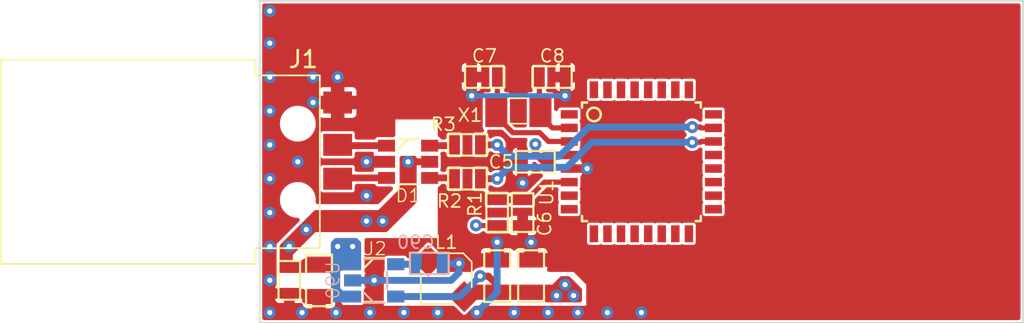
<source format=kicad_pcb>
(kicad_pcb (version 20211014) (generator pcbnew)
  (title_block (title "Cowstick USB Mass Storage") (date "2023-02-03") (rev "1") (company "Agilack") (comment 1 "License: CC-by-SA"))
  (layers (0 "F.Cu" signal) (1 "In1.Cu" signal) (2 "In2.Cu" signal) (31 "B.Cu" signal) (34 "B.Paste" user) (35 "F.Paste" user) (36 "B.SilkS" user "B.Silkscreen") (37 "F.SilkS" user "F.Silkscreen") (38 "B.Mask" user) (39 "F.Mask" user) (44 "Edge.Cuts" user))
  (net 0 "")
  (net 1 "+VBus")
  (net 2 "GND")
  (net 3 "+3.3V")
  (net 4 "Net-(C90-Pad1)")
  (net 5 "Net-(D1-Pad1)")
  (net 6 "Net-(D1-Pad3)")
  (net 7 "Net-(D1-Pad4)")
  (net 8 "Net-(D1-Pad6)")
  (net 9 "Net-(L1-Pad1)")
  (net 11 "Net-(U1-Pad3)")
  (net 12 "Net-(C8-Pad1)")
  (net 24 "Net-(U1-Pad24)")
  (net 25 "Net-(TP4-Pad1)")
  (net 30 "SPI2_MISO")
  (net 31 "SPI2_MOSI")
  (net 32 "SPI2_SCK")
  (net 33 "USB_DM")
  (net 34 "USB_DP")
  (net 35 "RST")
  (net 36 "SPI1_CS1")
  (net 37 "SPI1_SCK")
  (net 38 "SPI1_MISO")
  (net 39 "SPI1_MOSI")
  (footprint "cowstick-ums:C_0805" (layer "F.Cu") (at 129.5 112 -90)
    (fp_text reference "C1" hide)
    (fp_text value "10uF" hide)
    (fp_line (start -1.524 0.762) (end -1.524 -0.762) (layer "F.SilkS") (width 0.127))
    (fp_line (start -1.524 -0.762) (end -0.508 -0.762) (layer "F.SilkS") (width 0.127))
    (fp_line (start 1.524 0.762) (end 0.508 0.762) (layer "F.SilkS") (width 0.127))
    (fp_line (start 1.524 -0.762) (end 1.524 0.762) (layer "F.SilkS") (width 0.127))
    (fp_line (start -0.508 0.762) (end -1.524 0.762) (layer "F.SilkS") (width 0.127))
    (fp_line (start 0.508 -0.762) (end 1.524 -0.762) (layer "F.SilkS") (width 0.127))
    (pad "1" smd rect locked (at -0.9525 0 270) (size 0.889 1.397) (layers "F.Cu" "F.Paste" "F.Mask") (net 1 "+VBus"))
    (pad "2" smd rect locked (at 0.9525 0 270) (size 0.889 1.397) (layers "F.Cu" "F.Paste" "F.Mask") (net 2 "GND"))
  )
  (footprint "cowstick-ums:SOT23-5" (layer "F.Cu") (at 132.75 112 -90)
    (fp_text reference "U2" (at -1.87 0.02) (layer "F.SilkS") (effects (font (size 0.762 0.762) (thickness 0.0762))))
    (fp_text value "LM3671" hide)
    (fp_line (start -1.325 0.6) (end -1.325 -0.6) (layer "F.SilkS") (width 0.127))
    (fp_line (start -0.5 -0.762) (end 0.5 -0.762) (layer "F.SilkS") (width 0.127))
    (fp_line (start -0.725 0.6) (end -1.325 0) (layer "F.SilkS") (width 0.127))
    (fp_line (start 1.27 -0.6) (end 1.27 0.6) (layer "F.SilkS") (width 0.127))
    (pad "1" smd rect (at -0.9525 1.27 270) (size 0.70104 1.00076) (layers "F.Cu" "F.Paste" "F.Mask") (net 1 "+VBus"))
    (pad "2" smd rect (at 0 1.27 270) (size 0.70104 1.00076) (layers "F.Cu" "F.Paste" "F.Mask") (net 2 "GND"))
    (pad "3" smd rect (at 0.9525 1.27 270) (size 0.70104 1.00076) (layers "F.Cu" "F.Paste" "F.Mask") (net 1 "+VBus"))
    (pad "4" smd rect (at 0.9525 -1.27 270) (size 0.70104 1.00076) (layers "F.Cu" "F.Paste" "F.Mask") (net 3 "+3.3V"))
    (pad "5" smd rect (at -0.9525 -1.27 270) (size 0.70104 1.00076) (layers "F.Cu" "F.Paste" "F.Mask") (net 9 "Net-(L1-Pad1)"))
  )
  (footprint "cowstick-ums:I_CDRH2D14" (layer "F.Cu") (at 137 111.9)
    (fp_text reference "L1" (at 0 -2.15 unlocked) (layer "F.SilkS") (effects (font (size 0.762 0.762) (thickness 0.1016))))
    (fp_text value "2,2uH")
    (fp_line (start 1.5 -1) (end 1.5 0.5) (layer "F.SilkS") (width 0.1))
    (fp_line (start -1.5 1.5) (end 0.5 1.5) (layer "F.SilkS") (width 0.1))
    (fp_line (start -1.5 -0.5) (end -1.5 1.5) (layer "F.SilkS") (width 0.1))
    (fp_line (start 1 -1.5) (end 1.5 -1) (layer "F.SilkS") (width 0.1))
    (fp_line (start -0.5 -1.5) (end 1 -1.5) (layer "F.SilkS") (width 0.1))
    (pad "1" smd rect locked (at -1.06 -1.06 45) (size 1.3 1.3) (layers "F.Cu" "F.Paste" "F.Mask") (net 9 "Net-(L1-Pad1)"))
    (pad "2" smd rect locked (at 1.06 1.06 45) (size 1.3 1.3) (layers "F.Cu" "F.Paste" "F.Mask") (net 3 "+3.3V"))
  )
  (footprint "cowstick-ums:R_0603" (layer "F.Cu") (at 138.25 106)
    (fp_text reference "R2" (at -1.06 1.32) (layer "F.SilkS") (effects (font (size 0.762 0.762) (thickness 0.1016))))
    (fp_text value "20" hide)
    (fp_line (start 1.143 0.635) (end -1.143 0.635) (layer "F.SilkS") (width 0.127))
    (fp_line (start -1.143 0.635) (end -1.143 -0.635) (layer "F.SilkS") (width 0.127))
    (fp_line (start -1.143 -0.635) (end 1.143 -0.635) (layer "F.SilkS") (width 0.127))
    (fp_line (start 1.143 -0.635) (end 1.143 0.635) (layer "F.SilkS") (width 0.127))
    (pad "1" smd rect (at -0.762 0) (size 0.635 1.143) (layers "F.Cu" "F.Paste" "F.Mask") (net 7 "Net-(D1-Pad4)"))
    (pad "2" smd rect (at 0.762 0) (size 0.635 1.143) (layers "F.Cu" "F.Paste" "F.Mask") (net 33 "USB_DM"))
  )
  (footprint "cowstick-ums:SOT23-6" (layer "F.Cu") (at 134.75 105 -90)
    (fp_text reference "D1" (at 1.99898 0) (layer "F.SilkS") (effects (font (size 0.762 0.762) (thickness 0.0762))))
    (fp_text value "USBLC6-2" hide)
    (fp_line (start 1.325 -0.6) (end 1.325 0.6) (layer "F.SilkS") (width 0.127))
    (fp_line (start -1.325 0.6) (end -1.325 -0.6) (layer "F.SilkS") (width 0.127))
    (fp_line (start -0.725 0.6) (end -1.325 0) (layer "F.SilkS") (width 0.127))
    (pad "1" smd rect locked (at -0.9525 1.27 270) (size 0.70104 1.00076) (layers "F.Cu" "F.Paste" "F.Mask") (net 5 "Net-(D1-Pad1)"))
    (pad "2" smd rect locked (at 0 1.27 270) (size 0.70104 1.00076) (layers "F.Cu" "F.Paste" "F.Mask") (net 2 "GND"))
    (pad "3" smd rect locked (at 0.9525 1.27 270) (size 0.70104 1.00076) (layers "F.Cu" "F.Paste" "F.Mask") (net 6 "Net-(D1-Pad3)"))
    (pad "4" smd rect locked (at 0.9525 -1.27 270) (size 0.70104 1.00076) (layers "F.Cu" "F.Paste" "F.Mask") (net 7 "Net-(D1-Pad4)"))
    (pad "5" smd rect locked (at 0 -1.27 270) (size 0.70104 1.00076) (layers "F.Cu" "F.Paste" "F.Mask") (net 1 "+VBus"))
    (pad "6" smd rect locked (at -0.9525 -1.27 270) (size 0.70104 1.00076) (layers "F.Cu" "F.Paste" "F.Mask") (net 8 "Net-(D1-Pad6)"))
  )
  (footprint "cowstick-ums:C_0805" (layer "F.Cu") (at 142 111.75 90)
    (fp_text reference "C4" hide)
    (fp_text value "4,7uF" hide)
    (fp_line (start 0.508 -0.762) (end 1.524 -0.762) (layer "F.SilkS") (width 0.127))
    (fp_line (start -1.524 0.762) (end -1.524 -0.762) (layer "F.SilkS") (width 0.127))
    (fp_line (start -1.524 -0.762) (end -0.508 -0.762) (layer "F.SilkS") (width 0.127))
    (fp_line (start 1.524 0.762) (end 0.508 0.762) (layer "F.SilkS") (width 0.127))
    (fp_line (start 1.524 -0.762) (end 1.524 0.762) (layer "F.SilkS") (width 0.127))
    (fp_line (start -0.508 0.762) (end -1.524 0.762) (layer "F.SilkS") (width 0.127))
    (pad "1" smd rect (at -0.9525 0 90) (size 0.889 1.397) (layers "F.Cu" "F.Paste" "F.Mask") (net 3 "+3.3V"))
    (pad "2" smd rect (at 0.9525 0 90) (size 0.889 1.397) (layers "F.Cu" "F.Paste" "F.Mask") (net 2 "GND"))
  )
  (footprint "cowstick-ums:R_0603" (layer "F.Cu") (at 140 108 90)
    (fp_text reference "R1" (at 0.49 -1.31 90) (layer "F.SilkS") (effects (font (size 0.762 0.762) (thickness 0.1016))))
    (fp_text value "10k" hide)
    (fp_line (start 1.143 0.635) (end -1.143 0.635) (layer "F.SilkS") (width 0.127))
    (fp_line (start -1.143 0.635) (end -1.143 -0.635) (layer "F.SilkS") (width 0.127))
    (fp_line (start -1.143 -0.635) (end 1.143 -0.635) (layer "F.SilkS") (width 0.127))
    (fp_line (start 1.143 -0.635) (end 1.143 0.635) (layer "F.SilkS") (width 0.127))
    (pad "1" smd rect (at -0.762 0 90) (size 0.635 1.143) (layers "F.Cu" "F.Paste" "F.Mask") (net 3 "+3.3V"))
    (pad "2" smd rect (at 0.762 0 90) (size 0.635 1.143) (layers "F.Cu" "F.Paste" "F.Mask") (net 35 "RST"))
  )
  (footprint "cowstick-ums:TQFP32" (layer "F.Cu") (at 148.5 105)
    (fp_text reference "U1" (at -5.58 1.82 90) (layer "F.SilkS") (effects (font (size 0.762 0.762) (thickness 0.1016))))
    (fp_text value "STM32G0KxT" hide)
    (fp_line (start 3.5 -3.5) (end 3.2 -3.5) (layer "F.SilkS") (width 0.15))
    (fp_line (start 3.5 3.5) (end 3.5 3.2) (layer "F.SilkS") (width 0.15))
    (fp_line (start -3.5 -3.5) (end -3.5 -3.2) (layer "F.SilkS") (width 0.15))
    (fp_line (start -3.5 3.5) (end -3.5 3.2) (layer "F.SilkS") (width 0.15))
    (fp_line (start 3.5 3.5) (end 3.2 3.5) (layer "F.SilkS") (width 0.15))
    (fp_line (start 3.5 -3.5) (end 3.5 -3.2) (layer "F.SilkS") (width 0.15))
    (fp_line (start -3.5 3.5) (end -3.2 3.5) (layer "F.SilkS") (width 0.15))
    (fp_line (start -3.5 -3.5) (end -3.2 -3.5) (layer "F.SilkS") (width 0.15))
    (fp_circle (center -2.794 -2.794) (end -2.921 -3.175) (layer "F.SilkS") (width 0.15) (fill none))
    (pad "1" smd rect (at -4.25 -2.8 90) (size 0.5 1) (layers "F.Cu" "F.Paste" "F.Mask"))
    (pad "2" smd rect (at -4.25 -2 90) (size 0.5 1) (layers "F.Cu" "F.Paste" "F.Mask") (net 12 "Net-(C8-Pad1)"))
    (pad "3" smd rect (at -4.25 -1.2 90) (size 0.5 1) (layers "F.Cu" "F.Paste" "F.Mask") (net 11 "Net-(U1-Pad3)"))
    (pad "4" smd rect (at -4.25 -0.4 90) (size 0.5 1) (layers "F.Cu" "F.Paste" "F.Mask") (net 3 "+3.3V"))
    (pad "5" smd rect (at -4.25 0.4 90) (size 0.5 1) (layers "F.Cu" "F.Paste" "F.Mask") (net 2 "GND"))
    (pad "6" smd rect (at -4.25 1.2 90) (size 0.5 1) (layers "F.Cu" "F.Paste" "F.Mask") (net 35 "RST"))
    (pad "7" smd rect (at -4.25 2 90) (size 0.5 1) (layers "F.Cu" "F.Paste" "F.Mask"))
    (pad "8" smd rect (at -4.25 2.8 90) (size 0.5 1) (layers "F.Cu" "F.Paste" "F.Mask"))
    (pad "9" smd rect (at -2.8 4.25) (size 0.5 1) (layers "F.Cu" "F.Paste" "F.Mask"))
    (pad "10" smd rect (at -2 4.25) (size 0.5 1) (layers "F.Cu" "F.Paste" "F.Mask"))
    (pad "11" smd rect (at -1.2 4.25) (size 0.5 1) (layers "F.Cu" "F.Paste" "F.Mask") (net 36 "SPI1_CS1"))
    (pad "12" smd rect (at -0.4 4.25) (size 0.5 1) (layers "F.Cu" "F.Paste" "F.Mask") (net 37 "SPI1_SCK"))
    (pad "13" smd rect (at 0.4 4.25) (size 0.5 1) (layers "F.Cu" "F.Paste" "F.Mask") (net 38 "SPI1_MISO"))
    (pad "14" smd rect (at 1.2 4.25) (size 0.5 1) (layers "F.Cu" "F.Paste" "F.Mask") (net 39 "SPI1_MOSI"))
    (pad "15" smd rect (at 2 4.25) (size 0.5 1) (layers "F.Cu" "F.Paste" "F.Mask"))
    (pad "16" smd rect (at 2.8 4.25) (size 0.5 1) (layers "F.Cu" "F.Paste" "F.Mask"))
    (pad "17" smd rect (at 4.25 2.8 270) (size 0.5 1) (layers "F.Cu" "F.Paste" "F.Mask"))
    (pad "18" smd rect (at 4.25 2 270) (size 0.5 1) (layers "F.Cu" "F.Paste" "F.Mask"))
    (pad "19" smd rect (at 4.25 1.2 270) (size 0.5 1) (layers "F.Cu" "F.Paste" "F.Mask"))
    (pad "20" smd rect (at 4.25 0.4 270) (size 0.5 1) (layers "F.Cu" "F.Paste" "F.Mask"))
    (pad "21" smd rect (at 4.25 -0.4 270) (size 0.5 1) (layers "F.Cu" "F.Paste" "F.Mask"))
    (pad "22" smd rect (at 4.25 -1.2 270) (size 0.5 1) (layers "F.Cu" "F.Paste" "F.Mask") (net 33 "USB_DM"))
    (pad "23" smd rect (at 4.25 -2 270) (size 0.5 1) (layers "F.Cu" "F.Paste" "F.Mask") (net 34 "USB_DP"))
    (pad "24" smd rect (at 4.25 -2.8 270) (size 0.5 1) (layers "F.Cu" "F.Paste" "F.Mask") (net 24 "Net-(U1-Pad24)"))
    (pad "25" smd rect (at 2.8 -4.25 180) (size 0.5 1) (layers "F.Cu" "F.Paste" "F.Mask") (net 25 "Net-(TP4-Pad1)"))
    (pad "26" smd rect (at 2 -4.25 180) (size 0.5 1) (layers "F.Cu" "F.Paste" "F.Mask"))
    (pad "27" smd rect (at 1.2 -4.25 180) (size 0.5 1) (layers "F.Cu" "F.Paste" "F.Mask"))
    (pad "28" smd rect (at 0.4 -4.25 180) (size 0.5 1) (layers "F.Cu" "F.Paste" "F.Mask"))
    (pad "29" smd rect (at -0.4 -4.25 180) (size 0.5 1) (layers "F.Cu" "F.Paste" "F.Mask"))
    (pad "30" smd rect (at -1.2 -4.25 180) (size 0.5 1) (layers "F.Cu" "F.Paste" "F.Mask") (net 30 "SPI2_MISO"))
    (pad "31" smd rect (at -2 -4.25 180) (size 0.5 1) (layers "F.Cu" "F.Paste" "F.Mask") (net 31 "SPI2_MOSI"))
    (pad "32" smd rect (at -2.8 -4.25 180) (size 0.5 1) (layers "F.Cu" "F.Paste" "F.Mask") (net 32 "SPI2_SCK"))
  )
  (footprint "cowstick-ums:C_0603" (layer "F.Cu") (at 127.75 112 -90)
    (fp_text reference "C2" hide)
    (fp_text value "470pF" hide)
    (fp_line (start 1.143 0.635) (end -1.143 0.635) (layer "F.SilkS") (width 0.127))
    (fp_line (start -1.143 -0.635) (end 1.143 -0.635) (layer "F.SilkS") (width 0.127))
    (fp_line (start 1.143 -0.635) (end 1.143 0.635) (layer "F.SilkS") (width 0.127))
    (fp_line (start -1.143 0.635) (end -1.143 -0.635) (layer "F.SilkS") (width 0.127))
    (pad "1" smd rect locked (at -0.762 0 270) (size 0.635 1.143) (layers "F.Cu" "F.Paste" "F.Mask") (net 1 "+VBus"))
    (pad "2" smd rect locked (at 0.762 0 270) (size 0.635 1.143) (layers "F.Cu" "F.Paste" "F.Mask") (net 2 "GND"))
  )
  (footprint "cowstick-ums:C_0603" (layer "F.Cu") (at 143.25 100)
    (fp_text reference "C8" (at 0 -1.25) (layer "F.SilkS") (effects (font (size 0.762 0.762) (thickness 0.1016))))
    (fp_text value "12.5pF" hide)
    (fp_line (start -1.143 0.635) (end -1.143 -0.635) (layer "F.SilkS") (width 0.127))
    (fp_line (start -1.143 -0.635) (end 1.143 -0.635) (layer "F.SilkS") (width 0.127))
    (fp_line (start 1.143 -0.635) (end 1.143 0.635) (layer "F.SilkS") (width 0.127))
    (fp_line (start 1.143 0.635) (end -1.143 0.635) (layer "F.SilkS") (width 0.127))
    (pad "1" smd rect (at -0.762 0) (size 0.635 1.143) (layers "F.Cu" "F.Paste" "F.Mask") (net 12 "Net-(C8-Pad1)"))
    (pad "2" smd rect (at 0.762 0) (size 0.635 1.143) (layers "F.Cu" "F.Paste" "F.Mask") (net 2 "GND"))
  )
  (footprint "cowstick-ums:CONN_MC32604" (layer "F.Cu") (at 128.25 105)
    (fp_text reference "J1" (at 0.33 -6.05) (layer "F.SilkS"))
    (fp_text value "CONN_USB-A")
    (fp_line (start -2.5 -5.1) (end 1.3 -5.1) (layer "F.SilkS") (width 0.1016))
    (fp_line (start -2.5 -6.025) (end -17.5 -6.025) (layer "F.SilkS") (width 0.1016))
    (fp_line (start -17.5 6.025) (end -2.5 6.025) (layer "F.SilkS") (width 0.1016))
    (fp_line (start -2.5 6.025) (end -2.5 5.1) (layer "F.SilkS") (width 0.1016))
    (fp_line (start -2.5 5.1) (end 1.3 5.1) (layer "F.SilkS") (width 0.1016))
    (fp_line (start -17.5 -6.025) (end -17.5 6.025) (layer "F.SilkS") (width 0.1016))
    (fp_line (start 1.3 -5.1) (end 1.3 5.1) (layer "F.SilkS") (width 0.1016))
    (fp_line (start -2.5 -6.025) (end -2.5 -5.1) (layer "F.SilkS") (width 0.1016))
    (pad "" np_thru_hole circle locked (at 0 -2.25) (size 1.8 1.8) (drill 1.8) (layers *.Cu *.Mask))
    (pad "" np_thru_hole circle locked (at 0 2.25) (size 1.8 1.8) (drill 1.8) (layers *.Cu *.Mask))
    (pad "1" smd rect locked (at 2.35 3.5) (size 1.7 1.3) (layers "F.Cu" "F.Paste" "F.Mask") (net 1 "+VBus"))
    (pad "2" smd rect locked (at 2.35 1) (size 1.7 1.3) (layers "F.Cu" "F.Paste" "F.Mask") (net 6 "Net-(D1-Pad3)"))
    (pad "3" smd rect locked (at 2.35 -1) (size 1.7 1.3) (layers "F.Cu" "F.Paste" "F.Mask") (net 5 "Net-(D1-Pad1)"))
    (pad "4" smd rect locked (at 2.35 -3.5) (size 1.7 1.3) (layers "F.Cu" "F.Paste" "F.Mask") (net 2 "GND"))
  )
  (footprint "cowstick-ums:C_0805" (layer "F.Cu") (at 140 111.75 90)
    (fp_text reference "C3" hide)
    (fp_text value "4,7uF" hide)
    (fp_line (start 1.524 0.762) (end 0.508 0.762) (layer "F.SilkS") (width 0.127))
    (fp_line (start 1.524 -0.762) (end 1.524 0.762) (layer "F.SilkS") (width 0.127))
    (fp_line (start -0.508 0.762) (end -1.524 0.762) (layer "F.SilkS") (width 0.127))
    (fp_line (start -1.524 0.762) (end -1.524 -0.762) (layer "F.SilkS") (width 0.127))
    (fp_line (start 0.508 -0.762) (end 1.524 -0.762) (layer "F.SilkS") (width 0.127))
    (fp_line (start -1.524 -0.762) (end -0.508 -0.762) (layer "F.SilkS") (width 0.127))
    (pad "1" smd rect (at -0.9525 0 90) (size 0.889 1.397) (layers "F.Cu" "F.Paste" "F.Mask") (net 3 "+3.3V"))
    (pad "2" smd rect (at 0.9525 0 90) (size 0.889 1.397) (layers "F.Cu" "F.Paste" "F.Mask") (net 2 "GND"))
  )
  (footprint "cowstick-ums:Q_3.2x1.5" (layer "F.Cu") (at 141.25 102)
    (fp_text reference "X1" (at -2.85 0.25 unlocked) (layer "F.SilkS") (effects (font (size 0.762 0.762) (thickness 0.1016))))
    (fp_text value "32,768k")
    (fp_line (start -0.6 -0.75) (end 0.6 -0.75) (layer "F.SilkS") (width 0.1))
    (fp_line (start -0.6 0.75) (end 0.6 0.75) (layer "F.SilkS") (width 0.1))
    (pad "1" smd rect (at -1.3 0) (size 1.3 1.9) (layers "F.Cu" "F.Paste" "F.Mask") (net 11 "Net-(U1-Pad3)"))
    (pad "2" smd rect (at 1.3 0) (size 1.3 1.9) (layers "F.Cu" "F.Paste" "F.Mask") (net 12 "Net-(C8-Pad1)"))
  )
  (footprint "cowstick-ums:C_0603" (layer "F.Cu") (at 141.5 108 -90)
    (fp_text reference "C6" (at 0.66 -1.3 90) (layer "F.SilkS") (effects (font (size 0.762 0.762) (thickness 0.1016))))
    (fp_text value "1uF" hide)
    (fp_line (start -1.143 -0.635) (end 1.143 -0.635) (layer "F.SilkS") (width 0.127))
    (fp_line (start 1.143 0.635) (end -1.143 0.635) (layer "F.SilkS") (width 0.127))
    (fp_line (start -1.143 0.635) (end -1.143 -0.635) (layer "F.SilkS") (width 0.127))
    (fp_line (start 1.143 -0.635) (end 1.143 0.635) (layer "F.SilkS") (width 0.127))
    (pad "1" smd rect (at -0.762 0 270) (size 0.635 1.143) (layers "F.Cu" "F.Paste" "F.Mask") (net 35 "RST"))
    (pad "2" smd rect (at 0.762 0 270) (size 0.635 1.143) (layers "F.Cu" "F.Paste" "F.Mask") (net 2 "GND"))
  )
  (footprint "cowstick-ums:C_0603" (layer "F.Cu") (at 142.25 105 180)
    (fp_text reference "C5" (at 2.01 -0.01) (layer "F.SilkS") (effects (font (size 0.762 0.762) (thickness 0.1016))))
    (fp_text value "100nF" hide)
    (fp_line (start -1.143 -0.635) (end 1.143 -0.635) (layer "F.SilkS") (width 0.127))
    (fp_line (start 1.143 -0.635) (end 1.143 0.635) (layer "F.SilkS") (width 0.127))
    (fp_line (start 1.143 0.635) (end -1.143 0.635) (layer "F.SilkS") (width 0.127))
    (fp_line (start -1.143 0.635) (end -1.143 -0.635) (layer "F.SilkS") (width 0.127))
    (pad "1" smd rect (at -0.762 0 180) (size 0.635 1.143) (layers "F.Cu" "F.Paste" "F.Mask") (net 3 "+3.3V"))
    (pad "2" smd rect (at 0.762 0 180) (size 0.635 1.143) (layers "F.Cu" "F.Paste" "F.Mask") (net 2 "GND"))
  )
  (footprint "cowstick-ums:C_0603" (layer "F.Cu") (at 139.25 100 180)
    (fp_text reference "C7" (at 0 1.25) (layer "F.SilkS") (effects (font (size 0.762 0.762) (thickness 0.1016))))
    (fp_text value "12.5pF" hide)
    (fp_line (start 1.143 0.635) (end -1.143 0.635) (layer "F.SilkS") (width 0.127))
    (fp_line (start 1.143 -0.635) (end 1.143 0.635) (layer "F.SilkS") (width 0.127))
    (fp_line (start -1.143 -0.635) (end 1.143 -0.635) (layer "F.SilkS") (width 0.127))
    (fp_line (start -1.143 0.635) (end -1.143 -0.635) (layer "F.SilkS") (width 0.127))
    (pad "1" smd rect (at -0.762 0 180) (size 0.635 1.143) (layers "F.Cu" "F.Paste" "F.Mask") (net 11 "Net-(U1-Pad3)"))
    (pad "2" smd rect (at 0.762 0 180) (size 0.635 1.143) (layers "F.Cu" "F.Paste" "F.Mask") (net 2 "GND"))
  )
  (footprint "cowstick-ums:R_0603" (layer "F.Cu") (at 138.25 104)
    (fp_text reference "R3" (at -1.42 -1.21) (layer "F.SilkS") (effects (font (size 0.762 0.762) (thickness 0.1016))))
    (fp_text value "20" hide)
    (fp_line (start 1.143 0.635) (end -1.143 0.635) (layer "F.SilkS") (width 0.127))
    (fp_line (start -1.143 -0.635) (end 1.143 -0.635) (layer "F.SilkS") (width 0.127))
    (fp_line (start 1.143 -0.635) (end 1.143 0.635) (layer "F.SilkS") (width 0.127))
    (fp_line (start -1.143 0.635) (end -1.143 -0.635) (layer "F.SilkS") (width 0.127))
    (pad "1" smd rect (at -0.762 0) (size 0.635 1.143) (layers "F.Cu" "F.Paste" "F.Mask") (net 8 "Net-(D1-Pad6)"))
    (pad "2" smd rect (at 0.762 0) (size 0.635 1.143) (layers "F.Cu" "F.Paste" "F.Mask") (net 34 "USB_DP"))
  )
  (footprint "cowstick-ums:C_0603" (layer "B.Cu") (at 136 111)
    (fp_text reference "C90" (at -0.8 -1.25) (layer "B.SilkS") (effects (font (size 0.762 0.762) (thickness 0.1016)) (justify mirror)))
    (fp_text value "100pF" hide)
    (fp_line (start -1.143 0.635) (end 1.143 0.635) (layer "B.SilkS") (width 0.127))
    (fp_line (start -1.143 -0.635) (end -1.143 0.635) (layer "B.SilkS") (width 0.127))
    (fp_line (start 1.143 -0.635) (end -1.143 -0.635) (layer "B.SilkS") (width 0.127))
    (fp_line (start 1.143 0.635) (end 1.143 -0.635) (layer "B.SilkS") (width 0.127))
    (pad "1" smd rect (at -0.762 0) (size 0.635 1.143) (layers "B.Cu" "B.Paste" "B.Mask") (net 4 "Net-(C90-Pad1)"))
    (pad "2" smd rect (at 0.762 0) (size 0.635 1.143) (layers "B.Cu" "B.Paste" "B.Mask") (net 2 "GND"))
  )
  (footprint "cowstick-ums:SOT23-5" (layer "B.Cu") (at 132.75 112 90)
    (fp_text reference "U90" (at 0 -2.43 90) (layer "B.SilkS") (effects (font (size 0.762 0.762) (thickness 0.0762)) (justify mirror)))
    (fp_text value "AZ2210" hide)
    (fp_line (start -0.5 0.762) (end 0.5 0.762) (layer "B.SilkS") (width 0.127))
    (fp_line (start 1.27 0.6) (end 1.27 -0.6) (layer "B.SilkS") (width 0.127))
    (fp_line (start -1.325 -0.6) (end -1.325 0.6) (layer "B.SilkS") (width 0.127))
    (fp_line (start -0.725 -0.6) (end -1.325 0) (layer "B.SilkS") (width 0.127))
    (pad "1" smd rect locked (at -0.9525 -1.27 90) (size 0.70104 1.00076) (layers "B.Cu" "B.Paste" "B.Mask") (net 1 "+VBus"))
    (pad "2" smd rect locked (at 0 -1.27 90) (size 0.70104 1.00076) (layers "B.Cu" "B.Paste" "B.Mask") (net 2 "GND"))
    (pad "3" smd rect locked (at 0.9525 -1.27 90) (size 0.70104 1.00076) (layers "B.Cu" "B.Paste" "B.Mask") (net 1 "+VBus"))
    (pad "4" smd rect locked (at 0.9525 1.27 90) (size 0.70104 1.00076) (layers "B.Cu" "B.Paste" "B.Mask") (net 4 "Net-(C90-Pad1)"))
    (pad "5" smd rect locked (at -0.9525 1.27 90) (size 0.70104 1.00076) (layers "B.Cu" "B.Paste" "B.Mask") (net 3 "+3.3V"))
  )
  (gr_line (start 126 114.5) (end 171 114.5) (layer "Edge.Cuts") (width 0.1))
  (gr_line (start 126 114.5) (end 126 95.5) (layer "Edge.Cuts") (width 0.1))
  (gr_line (start 126 95.5) (end 171 95.5) (layer "Edge.Cuts") (width 0.1))
  (gr_line (start 171 114.5) (end 171 95.5) (layer "Edge.Cuts") (width 0.1))
  (segment (start 130.6 111.89) (end 129.7575 111.0475) (width 0.2032) (layer "F.Cu") (net 1))
  (segment (start 129.3095 111.238) (end 129.5 111.0475) (width 0.4064) (layer "F.Cu") (net 1))
  (segment (start 130.6 112.82) (end 130.6 111.89) (width 0.2032) (layer "F.Cu") (net 1))
  (segment (start 131.48 111.0475) (end 131.48 110) (width 0.4064) (layer "F.Cu") (net 1))
  (segment (start 132.3 108.5) (end 133.25 108.5) (width 0.4064) (layer "F.Cu") (net 1))
  (segment (start 131.48 112.9525) (end 130.7325 112.9525) (width 0.2032) (layer "F.Cu") (net 1))
  (segment (start 130.7325 112.9525) (end 130.6 112.82) (width 0.2032) (layer "F.Cu") (net 1))
  (segment (start 129.7575 111.0475) (end 129.5 111.0475) (width 0.2032) (layer "F.Cu") (net 1))
  (segment (start 129.25 108.5) (end 128.75 109) (width 0.4064) (layer "F.Cu") (net 1))
  (segment (start 134.75 105) (end 134.75 107) (width 0.4064) (layer "F.Cu") (net 1))
  (segment (start 134.75 107) (end 133.25 108.5) (width 0.4064) (layer "F.Cu") (net 1))
  (segment (start 127.75 111.238) (end 129.3095 111.238) (width 0.4064) (layer "F.Cu") (net 1))
  (segment (start 130.6 108.5) (end 132.3 108.5) (width 0.4064) (layer "F.Cu") (net 1))
  (segment (start 136.02 105) (end 134.75 105) (width 0.4064) (layer "F.Cu") (net 1))
  (segment (start 127.75 111.238) (end 127.75 110) (width 0.4064) (layer "F.Cu") (net 1))
  (segment (start 130.6 108.5) (end 129.25 108.5) (width 0.4064) (layer "F.Cu") (net 1))
  (segment (start 128.75 109) (end 127.75 110) (width 0.4064) (layer "F.Cu") (net 1))
  (segment (start 131.48 111.0475) (end 129.5 111.0475) (width 0.4064) (layer "F.Cu") (net 1))
  (via (at 132.3 108.5) (size 0.7112) (drill 0.3048) (layers "F.Cu" "B.Cu") (net 1))
  (via (at 128.75 109) (size 0.7112) (drill 0.3048) (layers "F.Cu" "B.Cu") (net 1))
  (via (at 130.6 110) (size 0.7112) (drill 0.3048) (layers "F.Cu" "B.Cu") (net 1))
  (via (at 134.75 105) (size 0.7112) (drill 0.3048) (layers "F.Cu" "B.Cu") (net 1))
  (via (at 131.48 110) (size 0.7112) (drill 0.3048) (layers "F.Cu" "B.Cu") (net 1))
  (via (at 133.25 108.5) (size 0.7112) (drill 0.3048) (layers "F.Cu" "B.Cu") (net 1))
  (via (at 127.75 110) (size 0.7112) (drill 0.3048) (layers "F.Cu" "B.Cu") (net 1))
  (segment (start 131.48 111.0475) (end 131.48 110) (width 0.4064) (layer "B.Cu") (net 1))
  (segment (start 130.6 110) (end 131.48 110) (width 0.4064) (layer "B.Cu") (net 1))
  (segment (start 126.6 102) (end 126.6 100) (width 0.4064) (layer "F.Cu") (net 2))
  (segment (start 126.6 113.9) (end 127.75 113.9) (width 0.4064) (layer "F.Cu") (net 2))
  (segment (start 130.5 113.9) (end 132.5 113.9) (width 0.4064) (layer "F.Cu") (net 2))
  (segment (start 143 113.9) (end 144.5 113.9) (width 0.4064) (layer "F.Cu") (net 2))
  (segment (start 127.75 112.762) (end 127.75 113.9) (width 0.4064) (layer "F.Cu") (net 2))
  (segment (start 144.012 101.088) (end 144 101.1) (width 0.3048) (layer "F.Cu") (net 2))
  (segment (start 126.6 112) (end 126.6 113.9) (width 0.4064) (layer "F.Cu") (net 2))
  (segment (start 141.488 106.238) (end 141.5 106.25) (width 0.4064) (layer "F.Cu") (net 2))
  (segment (start 139 109.75) (end 137.75 111) (width 0.4064) (layer "F.Cu") (net 2))
  (segment (start 141.5 109.25) (end 141.5 108.762) (width 0.3048) (layer "F.Cu") (net 2))
  (segment (start 129.5 113.9) (end 128.5 113.9) (width 0.4064) (layer "F.Cu") (net 2))
  (segment (start 130.6 101.5) (end 129.15 101.5) (width 0.4064) (layer "F.Cu") (net 2))
  (segment (start 130.6 101.5) (end 130.6 100) (width 0.4064) (layer "F.Cu") (net 2))
  (segment (start 142 111.0475) (end 142 109.75) (width 0.4064) (layer "F.Cu") (net 2))
  (segment (start 126.6 100) (end 126.6 98) (width 0.4064) (layer "F.Cu") (net 2))
  (segment (start 127.75 113.9) (end 128.5 113.9) (width 0.4064) (layer "F.Cu") (net 2))
  (segment (start 131.48 112) (end 132.75 112) (width 0.4064) (layer "F.Cu") (net 2))
  (segment (start 141.488 105) (end 141.488 106.238) (width 0.4064) (layer "F.Cu") (net 2))
  (segment (start 128.25 105) (end 126.6 105) (width 0.4064) (layer "F.Cu") (net 2))
  (segment (start 132.75 113.16) (end 132.5 113.41) (width 0.4064) (layer "F.Cu") (net 2))
  (segment (start 126.6 105) (end 126.6 106) (width 0.4064) (layer "F.Cu") (net 2))
  (segment (start 133.48 105) (end 132.3 105) (width 0.4064) (layer "F.Cu") (net 2))
  (segment (start 126.6 110) (end 126.6 108) (width 0.4064) (layer "F.Cu") (net 2))
  (segment (start 144.25 105.4) (end 145.3 105.4) (width 0.4064) (layer "F.Cu") (net 2))
  (segment (start 129.5 113.9) (end 130.5 113.9) (width 0.4064) (layer "F.Cu") (net 2))
  (segment (start 146.5 113.9) (end 148.5 113.9) (width 0.4064) (layer "F.Cu") (net 2))
  (segment (start 129.15 101.5) (end 129.15 100) (width 0.4064) (layer "F.Cu") (net 2))
  (segment (start 129.5 112.9525) (end 129.5 113.9) (width 0.4064) (layer "F.Cu") (net 2))
  (segment (start 126.6 104) (end 126.6 102) (width 0.4064) (layer "F.Cu") (net 2))
  (segment (start 141 113.9) (end 143 113.9) (width 0.4064) (layer "F.Cu") (net 2))
  (segment (start 138.5 100.012) (end 138.488 100) (width 0.3048) (layer "F.Cu") (net 2))
  (segment (start 132.5 113.41) (end 132.5 113.9) (width 0.4064) (layer "F.Cu") (net 2))
  (segment (start 129.15 100) (end 130.6 100) (width 0.4064) (layer "F.Cu") (net 2))
  (segment (start 126.6 104) (end 126.6 105) (width 0.4064) (layer "F.Cu") (net 2))
  (segment (start 144.5 113.9) (end 146.5 113.9) (width 0.4064) (layer "F.Cu") (net 2))
  (segment (start 132.75 112) (end 132.75 113.16) (width 0.4064) (layer "F.Cu") (net 2))
  (segment (start 138.5 101.1) (end 138.5 100.012) (width 0.3048) (layer "F.Cu") (net 2))
  (segment (start 129.15 100) (end 126.6 100) (width 0.4064) (layer "F.Cu") (net 2))
  (segment (start 132.5 113.9) (end 134.5 113.9) (width 0.4064) (layer "F.Cu") (net 2))
  (segment (start 140 111.0475) (end 140 109.75) (width 0.4064) (layer "F.Cu") (net 2))
  (segment (start 140 109.75) (end 139 109.75) (width 0.4064) (layer "F.Cu") (net 2))
  (segment (start 126.6 112) (end 126.6 110) (width 0.4064) (layer "F.Cu") (net 2))
  (segment (start 138.8 113.9) (end 141 113.9) (width 0.4064) (layer "F.Cu") (net 2))
  (segment (start 126.6 98) (end 126.6 96.1) (width 0.4064) (layer "F.Cu") (net 2))
  (segment (start 142 109.75) (end 140 109.75) (width 0.4064) (layer "F.Cu") (net 2))
  (segment (start 142 109.75) (end 141.5 109.25) (width 0.3048) (layer "F.Cu") (net 2))
  (segment (start 144.012 100) (end 144.012 101.088) (width 0.3048) (layer "F.Cu") (net 2))
  (segment (start 126.6 108) (end 126.6 106) (width 0.4064) (layer "F.Cu") (net 2))
  (segment (start 134.5 113.9) (end 136.5 113.9) (width 0.4064) (layer "F.Cu") (net 2))
  (via (at 144 101.1) (size 0.7112) (drill 0.3048) (layers "F.Cu" "B.Cu") (net 2))
  (via (at 132.3 105) (size 0.7112) (drill 0.3048) (layers "F.Cu" "B.Cu") (net 2))
  (via (at 126.6 113.9) (size 0.7112) (drill 0.3048) (layers "F.Cu" "B.Cu") (net 2))
  (via (at 140 109.75) (size 0.7112) (drill 0.3048) (layers "F.Cu" "B.Cu") (net 2))
  (via (at 148.5 113.9) (size 0.7112) (drill 0.3048) (layers "F.Cu" "B.Cu") (net 2))
  (via (at 132.75 112) (size 0.7112) (drill 0.3048) (layers "F.Cu" "B.Cu") (net 2))
  (via (at 128.5 113.9) (size 0.7112) (drill 0.3048) (layers "F.Cu" "B.Cu") (net 2))
  (via (at 138.8 113.9) (size 0.7112) (drill 0.3048) (layers "F.Cu" "B.Cu") (net 2))
  (via (at 132.3 107) (size 0.7112) (drill 0.3048) (layers "F.Cu" "B.Cu") (net 2))
  (via (at 126.6 98) (size 0.7112) (drill 0.3048) (layers "F.Cu" "B.Cu") (net 2))
  (via (at 136.5 113.9) (size 0.7112) (drill 0.3048) (layers "F.Cu" "B.Cu") (net 2))
  (via (at 141.5 106.25) (size 0.7112) (drill 0.3048) (layers "F.Cu" "B.Cu") (net 2))
  (via (at 129.15 101.5) (size 0.7112) (drill 0.3048) (layers "F.Cu" "B.Cu") (net 2))
  (via (at 128.25 105) (size 0.7112) (drill 0.3048) (layers "F.Cu" "B.Cu") (net 2))
  (via (at 129.15 100) (size 0.7112) (drill 0.3048) (layers "F.Cu" "B.Cu") (net 2))
  (via (at 141 113.9) (size 0.7112) (drill 0.3048) (layers "F.Cu" "B.Cu") (net 2))
  (via (at 130.6 100) (size 0.7112) (drill 0.3048) (layers "F.Cu" "B.Cu") (net 2))
  (via (at 126.6 112) (size 0.7112) (drill 0.3048) (layers "F.Cu" "B.Cu") (net 2))
  (via (at 146.5 113.9) (size 0.7112) (drill 0.3048) (layers "F.Cu" "B.Cu") (net 2))
  (via (at 130.5 113.9) (size 0.7112) (drill 0.3048) (layers "F.Cu" "B.Cu") (net 2))
  (via (at 134.5 113.9) (size 0.7112) (drill 0.3048) (layers "F.Cu" "B.Cu") (net 2))
  (via (at 142 109.75) (size 0.7112) (drill 0.3048) (layers "F.Cu" "B.Cu") (net 2))
  (via (at 144.75 113.9) (size 0.7112) (drill 0.3048) (layers "F.Cu" "B.Cu") (net 2))
  (via (at 126.6 110) (size 0.7112) (drill 0.3048) (layers "F.Cu" "B.Cu") (net 2))
  (via (at 126.6 104) (size 0.7112) (drill 0.3048) (layers "F.Cu" "B.Cu") (net 2))
  (via (at 138.5 101.1) (size 0.7112) (drill 0.3048) (layers "F.Cu" "B.Cu") (net 2))
  (via (at 126.6 96.1) (size 0.7112) (drill 0.3048) (layers "F.Cu" "B.Cu") (net 2))
  (via (at 126.6 100) (size 0.7112) (drill 0.3048) (layers "F.Cu" "B.Cu") (net 2))
  (via (at 132.5 113.9) (size 0.7112) (drill 0.3048) (layers "F.Cu" "B.Cu") (net 2))
  (via (at 126.6 106) (size 0.7112) (drill 0.3048) (layers "F.Cu" "B.Cu") (net 2))
  (via (at 143 113.9) (size 0.7112) (drill 0.3048) (layers "F.Cu" "B.Cu") (net 2))
  (via (at 126.6 108) (size 0.7112) (drill 0.3048) (layers "F.Cu" "B.Cu") (net 2))
  (via (at 145.3 105.4) (size 0.7112) (drill 0.3048) (layers "F.Cu" "B.Cu") (net 2))
  (via (at 137.75 111) (size 0.7112) (drill 0.3048) (layers "F.Cu" "B.Cu") (net 2))
  (via (at 126.6 102) (size 0.7112) (drill 0.3048) (layers "F.Cu" "B.Cu") (net 2))
  (segment (start 140 109.75) (end 140 112.7) (width 0.4064) (layer "B.Cu") (net 2))
  (segment (start 132.75 112) (end 137.29 112) (width 0.4064) (layer "B.Cu") (net 2))
  (segment (start 136.762 111) (end 137.75 111) (width 0.4064) (layer "B.Cu") (net 2))
  (segment (start 140 112.7) (end 138.8 113.9) (width 0.4064) (layer "B.Cu") (net 2))
  (segment (start 137.29 112) (end 137.75 111.54) (width 0.4064) (layer "B.Cu") (net 2))
  (segment (start 131.48 112) (end 132.75 112) (width 0.4064) (layer "B.Cu") (net 2))
  (segment (start 144 101.1) (end 138.5 101.1) (width 0.3048) (layer "B.Cu") (net 2))
  (segment (start 137.75 111.54) (end 137.75 111) (width 0.4064) (layer "B.Cu") (net 2))
  (segment (start 142.8425 112.7025) (end 142 112.7025) (width 0.4064) (layer "F.Cu") (net 3))
  (segment (start 143.11 105) (end 143.012 105) (width 0.4064) (layer "F.Cu") (net 3))
  (segment (start 143.5 112.9) (end 143.04 112.9) (width 0.4064) (layer "F.Cu") (net 3))
  (segment (start 138.0525 112.9525) (end 138.06 112.96) (width 0.4064) (layer "F.Cu") (net 3))
  (segment (start 140 112.7025) (end 142 112.7025) (width 0.4064) (layer "F.Cu") (net 3))
  (segment (start 134.02 112.9525) (end 138.0525 112.9525) (width 0.4064) (layer "F.Cu") (net 3))
  (segment (start 143.5 112.75) (end 144 112.25) (width 0.4064) (layer "F.Cu") (net 3))
  (segment (start 138.762 108.762) (end 138.75 108.75) (width 0.3048) (layer "F.Cu") (net 3))
  (segment (start 140 108.762) (end 138.762 108.762) (width 0.3048) (layer "F.Cu") (net 3))
  (segment (start 140 112.7025) (end 138.3175 112.7025) (width 0.4064) (layer "F.Cu") (net 3))
  (segment (start 138.3175 112.7025) (end 138.06 112.96) (width 0.4064) (layer "F.Cu") (net 3))
  (segment (start 144.5 112.9) (end 144.5 112.75) (width 0.4064) (layer "F.Cu") (net 3))
  (segment (start 139 111.75) (end 139.48 111.75) (width 0.4064) (layer "F.Cu") (net 3))
  (segment (start 142.25 104.5) (end 142.25 103.9611) (width 0.4064) (layer "F.Cu") (net 3))
  (segment (start 143.5 112.9) (end 143.5 112.75) (width 0.4064) (layer "F.Cu") (net 3))
  (segment (start 142.75 105) (end 142.25 104.5) (width 0.4064) (layer "F.Cu") (net 3))
  (segment (start 143.5 112.9) (end 144.5 112.9) (width 0.4064) (layer "F.Cu") (net 3))
  (segment (start 143.51 104.6) (end 143.11 105) (width 0.4064) (layer "F.Cu") (net 3))
  (segment (start 144.25 104.6) (end 143.51 104.6) (width 0.4064) (layer "F.Cu") (net 3))
  (segment (start 144.5 112.75) (end 144 112.25) (width 0.4064) (layer "F.Cu") (net 3))
  (segment (start 140 112.27) (end 140 112.7025) (width 0.4064) (layer "F.Cu") (net 3))
  (segment (start 139.48 111.75) (end 140 112.27) (width 0.4064) (layer "F.Cu") (net 3))
  (segment (start 143.04 112.9) (end 142.8425 112.7025) (width 0.4064) (layer "F.Cu") (net 3))
  (segment (start 143.012 105) (end 142.75 105) (width 0.4064) (layer "F.Cu") (net 3))
  (via (at 144 112.25) (size 0.7112) (drill 0.3048) (layers "F.Cu" "B.Cu") (net 3))
  (via (at 138.75 108.75) (size 0.7112) (drill 0.3048) (layers "F.Cu" "B.Cu") (net 3))
  (via (at 139 111.75) (size 0.7112) (drill 0.3048) (layers "F.Cu" "B.Cu") (net 3))
  (via (at 142.25 103.9611) (size 0.7112) (drill 0.3048) (layers "F.Cu" "B.Cu") (net 3))
  (via (at 144.5 112.9) (size 0.7112) (drill 0.3048) (layers "F.Cu" "B.Cu") (net 3))
  (via (at 143.5 112.9) (size 0.7112) (drill 0.3048) (layers "F.Cu" "B.Cu") (net 3))
  (segment (start 139 111.75) (end 137.7975 112.9525) (width 0.4064) (layer "B.Cu") (net 3))
  (segment (start 137.7975 112.9525) (end 134.02 112.9525) (width 0.4064) (layer "B.Cu") (net 3))
  (segment (start 134.02 111.0475) (end 135.1905 111.0475) (width 0.4064) (layer "B.Cu") (net 4))
  (segment (start 135.1905 111.0475) (end 135.238 111) (width 0.4064) (layer "B.Cu") (net 4))
  (segment (start 130.6475 104.0475) (end 130.6 104) (width 0.4064) (layer "F.Cu") (net 5))
  (segment (start 133.48 104.0475) (end 130.6475 104.0475) (width 0.4064) (layer "F.Cu") (net 5))
  (segment (start 130.6475 105.9525) (end 130.6 106) (width 0.4064) (layer "F.Cu") (net 6))
  (segment (start 133.48 105.9525) (end 130.6475 105.9525) (width 0.4064) (layer "F.Cu") (net 6))
  (segment (start 136.02 105.9525) (end 137.4405 105.9525) (width 0.4064) (layer "F.Cu") (net 7))
  (segment (start 137.4405 105.9525) (end 137.488 106) (width 0.4064) (layer "F.Cu") (net 7))
  (segment (start 137.4405 104.0475) (end 137.488 104) (width 0.4064) (layer "F.Cu") (net 8))
  (segment (start 136.02 104.0475) (end 137.4405 104.0475) (width 0.4064) (layer "F.Cu") (net 8))
  (segment (start 135.7325 111.0475) (end 135.94 110.84) (width 0.4064) (layer "F.Cu") (net 9))
  (segment (start 134.02 111.0475) (end 135.7325 111.0475) (width 0.4064) (layer "F.Cu") (net 9))
  (segment (start 142.502156 103.28) (end 140.92 103.28) (width 0.3048) (layer "F.Cu") (net 11))
  (segment (start 140.012 100) (end 140.012 101.938) (width 0.3048) (layer "F.Cu") (net 11))
  (segment (start 140.92 103.28) (end 139.95 102.31) (width 0.3048) (layer "F.Cu") (net 11))
  (segment (start 144.25 103.8) (end 143.022156 103.8) (width 0.3048) (layer "F.Cu") (net 11))
  (segment (start 140.012 101.938) (end 139.95 102) (width 0.3048) (layer "F.Cu") (net 11))
  (segment (start 143.022156 103.8) (end 142.502156 103.28) (width 0.3048) (layer "F.Cu") (net 11))
  (segment (start 139.95 102.31) (end 139.95 102) (width 0.3048) (layer "F.Cu") (net 11))
  (segment (start 142.488 100) (end 142.488 101.938) (width 0.3048) (layer "F.Cu") (net 12))
  (segment (start 142.488 101.938) (end 142.55 102) (width 0.3048) (layer "F.Cu") (net 12))
  (segment (start 144.25 103) (end 143.25 103) (width 0.3048) (layer "F.Cu") (net 12))
  (segment (start 142.55 102.3) (end 142.55 102) (width 0.3048) (layer "F.Cu") (net 12))
  (segment (start 143.25 103) (end 142.55 102.3) (width 0.3048) (layer "F.Cu") (net 12))
  (segment (start 152.75 103.8) (end 152.02 103.8) (width 0.3048) (layer "F.Cu") (net 33))
  (segment (start 152.02 103.8) (end 151.97 103.85) (width 0.3048) (layer "F.Cu") (net 33))
  (segment (start 139.012 106) (end 140 106) (width 0.4064) (layer "F.Cu") (net 33))
  (segment (start 151.97 103.85) (end 151.5 103.85) (width 0.3048) (layer "F.Cu") (net 33))
  (via (at 140 106) (size 0.7112) (drill 0.3048) (layers "F.Cu" "B.Cu") (net 33))
  (via (at 151.5 103.85) (size 0.7112) (drill 0.3048) (layers "F.Cu" "B.Cu") (net 33))
  (segment (start 144.1018 105.3282) (end 145.58 103.85) (width 0.4064) (layer "B.Cu") (net 33))
  (segment (start 140 106) (end 140.6718 105.3282) (width 0.4064) (layer "B.Cu") (net 33))
  (segment (start 145.58 103.85) (end 151.5 103.85) (width 0.4064) (layer "B.Cu") (net 33))
  (segment (start 140.6718 105.3282) (end 144.1018 105.3282) (width 0.4064) (layer "B.Cu") (net 33))
  (segment (start 151.96 102.95) (end 151.5 102.95) (width 0.3048) (layer "F.Cu") (net 34))
  (segment (start 152.75 103) (end 152.01 103) (width 0.3048) (layer "F.Cu") (net 34))
  (segment (start 139.012 104) (end 140 104) (width 0.4064) (layer "F.Cu") (net 34))
  (segment (start 152.01 103) (end 151.96 102.95) (width 0.3048) (layer "F.Cu") (net 34))
  (via (at 140 104) (size 0.7112) (drill 0.3048) (layers "F.Cu" "B.Cu") (net 34))
  (via (at 151.5 102.95) (size 0.7112) (drill 0.3048) (layers "F.Cu" "B.Cu") (net 34))
  (segment (start 143.6682 104.6718) (end 145.39 102.95) (width 0.4064) (layer "B.Cu") (net 34))
  (segment (start 140.6718 104.6718) (end 143.6682 104.6718) (width 0.4064) (layer "B.Cu") (net 34))
  (segment (start 145.39 102.95) (end 151.5 102.95) (width 0.4064) (layer "B.Cu") (net 34))
  (segment (start 140 104) (end 140.6718 104.6718) (width 0.4064) (layer "B.Cu") (net 34))
  (segment (start 142.79 106.2) (end 141.752 107.238) (width 0.3048) (layer "F.Cu") (net 35))
  (segment (start 144.25 106.2) (end 142.79 106.2) (width 0.3048) (layer "F.Cu") (net 35))
  (segment (start 141.752 107.238) (end 141.5 107.238) (width 0.3048) (layer "F.Cu") (net 35))
  (segment (start 140 107.238) (end 141.5 107.238) (width 0.4064) (layer "F.Cu") (net 35))
  (zone (net 3) (net_name "+3.3V") (layer "F.Cu") (connect_pads yes (clearance 0.1524)) (min_thickness 0.254) (fill yes (thermal_gap 0.508) (thermal_bridge_width 0.508))
    (polygon (pts (xy 143.75 111.75) (xy 144.25 111.75) (xy 145 112.5) (xy 145 113.3) (xy 142.85 113.3) (xy 142.7 113.15) (xy 138.75 113.15) (xy 138.25 112.25) (xy 143.25 112.25)))
  )
  (zone (net 2) (net_name "GND") (layer "F.Cu") (connect_pads (clearance 0.1524)) (min_thickness 0.254) (fill yes (thermal_gap 0.254) (thermal_bridge_width 0.8))
    (polygon (pts (xy 142.75 109.5) (xy 142.75 111.5) (xy 133.32 111.5) (xy 133.32 113.5) (xy 143 113.5) (xy 143 114.5) (xy 126 114.5) (xy 126 95.5) (xy 171 95.5) (xy 171 114.5) (xy 143 114.5) (xy 143 113.5) (xy 145.25 113.5) (xy 145.25 112.25) (xy 144.5 111.5) (xy 142.75 111.5) (xy 142.75 109.5) (xy 136.5 109.5) (xy 136.5 102.5) (xy 134 102.5) (xy 134 106.5) (xy 133 107.5) (xy 129.35 107.5) (xy 127 109.85) (xy 127 112.5) (xy 132.18 112.5) (xy 132.18 109.5)))
  )
  (zone (net 1) (net_name "+VBus") (layer "F.Cu") (connect_pads yes (clearance 0.1524)) (min_thickness 0.254) (fill yes (thermal_gap 0.508) (thermal_bridge_width 0.508))
    (polygon (pts (xy 134.25 106.6) (xy 134.25 104.65) (xy 135.26 104.65) (xy 135.25 107.4) (xy 133.5 109.15) (xy 129.29 109.15) (xy 127.95 110.5) (xy 127.95 110.92) (xy 128.32 110.92) (xy 128.8 110.6) (xy 130.2 110.6) (xy 130.2 109.75) (xy 130.45 109.5) (xy 131.73 109.5) (xy 131.98 109.75) (xy 131.98 111.4) (xy 130.98 111.4) (xy 130.24 111.55) (xy 127.18 111.55) (xy 127.18 109.92) (xy 129.25 107.85) (xy 133 107.85)))
  )
  (zone (net 1) (net_name "+VBus") (layer "B.Cu") (connect_pads yes (clearance 0.1524)) (min_thickness 0.254) (fill yes (thermal_gap 0.508) (thermal_bridge_width 0.508))
    (polygon (pts (xy 131.98 109.75) (xy 131.98 111.4) (xy 130.75 111.4) (xy 130.75 112.45) (xy 130.9 112.6) (xy 131.98 112.6) (xy 131.98 113.3) (xy 130.2 113.3) (xy 130.2 109.75) (xy 130.45 109.5) (xy 131.73 109.5)))
  )
)
</source>
